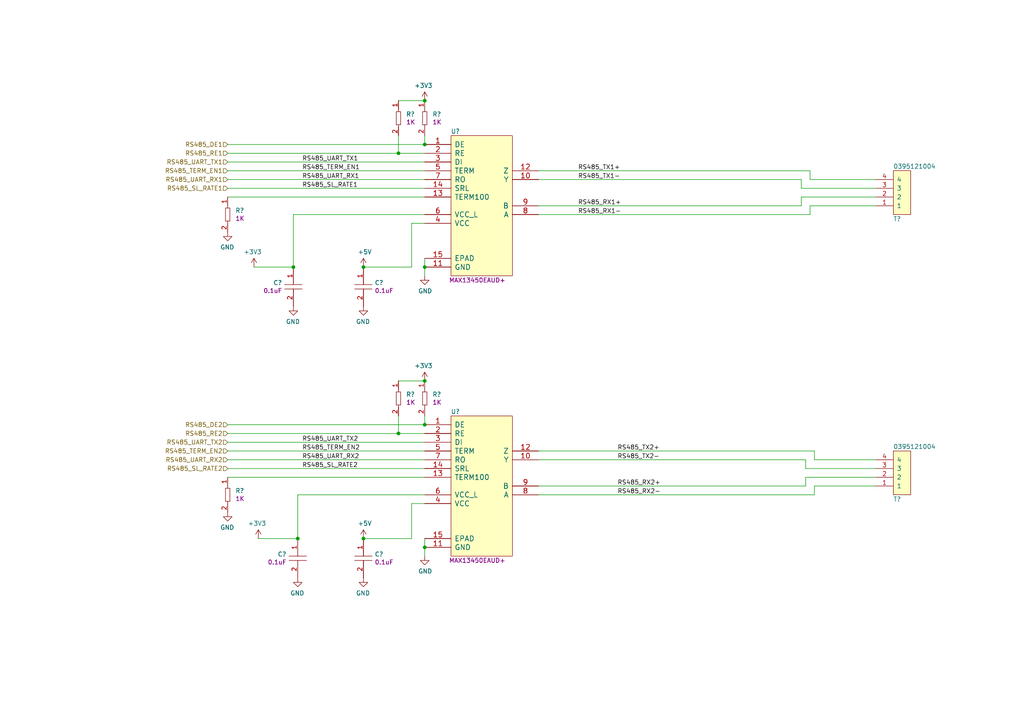
<source format=kicad_sch>
(kicad_sch (version 20231120) (generator "eeschema") (generator_version "8.0")
  (paper "A4")
  (lib_symbols
    (symbol "AVR-KiCAD-Lib-Capacitors:C0402C104K9PACTU" (pin_names (offset 1.016))
      (property "Reference" "C" (at -2.54 2.54 0))
      (property "_Value_" "0.1uF" (at 58.42 63.5 0))
      (symbol "C0402C104K9PACTU_1_1"
        (polyline (pts (xy 0 2.54) (xy 0 -2.54)))
        (polyline (pts (xy 1.27 2.54) (xy 1.27 -2.54)))
        (pin input line (at -5.08 0 0) (length 5.08) (name "~") (number "1"))
        (pin input line (at 6.35 0 180) (length 5.08) (name "~") (number "2"))
      )
    )
    (symbol "AVR-KiCAD-Lib-Capacitors:CGA3E2X7R1H104K080AA" (pin_names (offset 1.016))
      (property "Reference" "C" (at -2.54 2.54 0))
      (property "_Value_" "0.1uF" (at 58.42 63.5 0))
      (symbol "CGA3E2X7R1H104K080AA_1_1"
        (polyline (pts (xy 0 2.54) (xy 0 -2.54)))
        (polyline (pts (xy 1.27 2.54) (xy 1.27 -2.54)))
        (pin input line (at -5.08 0 0) (length 5.08) (name "~") (number "1"))
        (pin input line (at 6.35 0 180) (length 5.08) (name "~") (number "2"))
      )
    )
    (symbol "AVR-KiCAD-Lib-Connectors:0395121004" (pin_names (offset 1.016))
      (property "Reference" "J" (at -2.54 2.54 0))
      (property "Value" "0395121004" (at 1.27 5.08 0))
      (symbol "0395121004_0_1"
        (rectangle (start 0 2.54) (end 5.08 -10.16) (fill (type background)))
      )
      (symbol "0395121004_1_1"
        (pin passive line (at -5.08 0 0) (length 5.08) (name "1") (number "1"))
        (pin passive line (at -5.08 -2.54 0) (length 5.08) (name "2") (number "2"))
        (pin passive line (at -5.08 -5.08 0) (length 5.08) (name "3") (number "3"))
        (pin passive line (at -5.08 -7.62 0) (length 5.08) (name "4") (number "4"))
      )
    )
    (symbol "AVR-KiCAD-Lib-ICs:MAX13450EAUD+" (pin_names (offset 1.016))
      (property "Reference" "U" (at 0 1.27 0))
      (property "_Value_" "MAX13450EAUD+" (at 7.62 -41.91 0))
      (symbol "MAX13450EAUD+_0_1"
        (rectangle (start 0 0) (end 17.78 -40.64) (fill (type background)))
      )
      (symbol "MAX13450EAUD+_1_1"
        (pin input line (at -7.62 -2.54 0) (length 7.62) (name "DE") (number "1"))
        (pin output line (at 25.4 -12.7 180) (length 7.62) (name "Y") (number "10"))
        (pin passive line (at -7.62 -38.1 0) (length 7.62) (name "GND") (number "11"))
        (pin output line (at 25.4 -10.16 180) (length 7.62) (name "Z") (number "12"))
        (pin input line (at -7.62 -17.78 0) (length 7.62) (name "TERM100") (number "13"))
        (pin input line (at -7.62 -15.24 0) (length 7.62) (name "SRL") (number "14"))
        (pin passive line (at -7.62 -35.56 0) (length 7.62) (name "EPAD") (number "15"))
        (pin input line (at -7.62 -5.08 0) (length 7.62) (name "RE") (number "2"))
        (pin input line (at -7.62 -7.62 0) (length 7.62) (name "DI") (number "3"))
        (pin power_in line (at -7.62 -25.4 0) (length 7.62) (name "VCC") (number "4"))
        (pin input line (at -7.62 -10.16 0) (length 7.62) (name "TERM") (number "5"))
        (pin power_in line (at -7.62 -22.86 0) (length 7.62) (name "VCC_L") (number "6"))
        (pin output line (at -7.62 -12.7 0) (length 7.62) (name "RO") (number "7"))
        (pin input line (at 25.4 -22.86 180) (length 7.62) (name "A") (number "8"))
        (pin input line (at 25.4 -20.32 180) (length 7.62) (name "B") (number "9"))
      )
    )
    (symbol "AVR-KiCAD-Lib-Resistors:RC0402FR-071KL" (pin_names (offset 1.016))
      (property "Reference" "R" (at -2.54 2.54 0))
      (property "Value" "RC0402FR-071KL" (at 1.27 5.08 0))
      (property "_Value_" "1K" (at 58.42 63.5 0))
      (symbol "RC0402FR-071KL_0_1"
        (rectangle (start -1.905 0.635) (end 1.905 -0.635))
        (polyline (pts (xy -2.54 0) (xy -1.905 0)))
        (polyline (pts (xy -1.905 0) (xy -1.905 0)))
        (polyline (pts (xy 1.905 0) (xy 1.905 0)))
        (polyline (pts (xy 2.54 0) (xy 1.905 0)))
      )
      (symbol "RC0402FR-071KL_1_1"
        (pin passive line (at -5.08 0 0) (length 2.5146) (name "~") (number "1"))
        (pin passive line (at 5.08 0 180) (length 2.5146) (name "~") (number "2"))
      )
    )
    (symbol "agricoltura-madre-cape-B-rescue:+3V3-power" (power) (pin_names (offset 0))
      (property "Value" "power_+3V3" (at 0 3.556 0))
      (symbol "+3V3-power_0_1"
        (polyline (pts (xy -0.762 1.27) (xy 0 2.54)))
        (polyline (pts (xy 0 0) (xy 0 2.54)))
        (polyline (pts (xy 0 2.54) (xy 0.762 1.27)))
      )
      (symbol "+3V3-power_1_1"
        (pin power_in line (at 0 0 90) (length 0) hide (name "+3V3") (number "1"))
      )
    )
    (symbol "agricoltura-madre-cape-B-rescue:+5V-power" (power) (pin_names (offset 0))
      (property "Value" "power_+5V" (at 0 3.556 0))
      (symbol "+5V-power_0_1"
        (polyline (pts (xy -0.762 1.27) (xy 0 2.54)))
        (polyline (pts (xy 0 0) (xy 0 2.54)))
        (polyline (pts (xy 0 2.54) (xy 0.762 1.27)))
      )
      (symbol "+5V-power_1_1"
        (pin power_in line (at 0 0 90) (length 0) hide (name "+5V") (number "1"))
      )
    )
    (symbol "agricoltura-madre-cape-B-rescue:GND-power" (power) (pin_names (offset 0))
      (property "Value" "power_GND" (at 0 -3.81 0))
      (symbol "GND-power_0_1"
        (polyline (pts (xy 0 0) (xy 0 -1.27) (xy 1.27 -1.27) (xy 0 -2.54) (xy -1.27 -1.27) (xy 0 -1.27)))
      )
      (symbol "GND-power_1_1"
        (pin power_in line (at 0 0 270) (length 0) hide (name "GND") (number "1"))
      )
    )
  )
  (junction (at 86.36 156.21))
  (junction (at 123.19 110.49))
  (junction (at 105.41 77.47))
  (junction (at 115.57 125.73))
  (junction (at 115.57 44.45))
  (junction (at 85.09 77.47))
  (junction (at 123.19 158.75))
  (junction (at 123.19 29.21))
  (junction (at 105.41 156.21))
  (junction (at 123.19 77.47))
  (junction (at 123.19 41.91))
  (junction (at 123.19 123.19))
  (wire (pts (xy 74.93 156.21) (xy 86.36 156.21)))
  (wire (pts (xy 236.22 140.97) (xy 236.22 143.51)))
  (wire (pts (xy 123.19 146.05) (xy 119.38 146.05)))
  (wire (pts (xy 115.57 120.65) (xy 115.57 125.73)))
  (wire (pts (xy 119.38 64.77) (xy 119.38 77.47)))
  (wire (pts (xy 232.41 59.69) (xy 156.21 59.69)))
  (wire (pts (xy 123.19 49.53) (xy 66.04 49.53)))
  (wire (pts (xy 115.57 110.49) (xy 123.19 110.49)))
  (wire (pts (xy 115.57 44.45) (xy 66.04 44.45)))
  (wire (pts (xy 123.19 44.45) (xy 115.57 44.45)))
  (wire (pts (xy 123.19 123.19) (xy 66.04 123.19)))
  (wire (pts (xy 123.19 156.21) (xy 123.19 158.75)))
  (wire (pts (xy 156.21 133.35) (xy 233.68 133.35)))
  (wire (pts (xy 156.21 143.51) (xy 236.22 143.51)))
  (wire (pts (xy 123.19 41.91) (xy 66.04 41.91)))
  (wire (pts (xy 236.22 133.35) (xy 254 133.35)))
  (wire (pts (xy 234.95 52.07) (xy 254 52.07)))
  (wire (pts (xy 156.21 49.53) (xy 234.95 49.53)))
  (wire (pts (xy 123.19 143.51) (xy 86.36 143.51)))
  (wire (pts (xy 123.19 64.77) (xy 119.38 64.77)))
  (wire (pts (xy 232.41 59.69) (xy 232.41 57.15)))
  (wire (pts (xy 123.19 54.61) (xy 66.04 54.61)))
  (wire (pts (xy 119.38 156.21) (xy 105.41 156.21)))
  (wire (pts (xy 123.19 138.43) (xy 66.04 138.43)))
  (wire (pts (xy 123.19 125.73) (xy 115.57 125.73)))
  (wire (pts (xy 119.38 77.47) (xy 105.41 77.47)))
  (wire (pts (xy 232.41 57.15) (xy 254 57.15)))
  (wire (pts (xy 233.68 140.97) (xy 233.68 138.43)))
  (wire (pts (xy 66.04 133.35) (xy 123.19 133.35)))
  (wire (pts (xy 123.19 158.75) (xy 123.19 161.29)))
  (wire (pts (xy 85.09 77.47) (xy 73.66 77.47)))
  (wire (pts (xy 123.19 123.19) (xy 123.19 120.65)))
  (wire (pts (xy 123.19 57.15) (xy 66.04 57.15)))
  (wire (pts (xy 123.19 77.47) (xy 123.19 80.01)))
  (wire (pts (xy 232.41 52.07) (xy 156.21 52.07)))
  (wire (pts (xy 66.04 128.27) (xy 123.19 128.27)))
  (wire (pts (xy 85.09 62.23) (xy 123.19 62.23)))
  (wire (pts (xy 233.68 133.35) (xy 233.68 135.89)))
  (wire (pts (xy 156.21 130.81) (xy 236.22 130.81)))
  (wire (pts (xy 254 140.97) (xy 236.22 140.97)))
  (wire (pts (xy 115.57 29.21) (xy 123.19 29.21)))
  (wire (pts (xy 86.36 143.51) (xy 86.36 156.21)))
  (wire (pts (xy 85.09 62.23) (xy 85.09 77.47)))
  (wire (pts (xy 123.19 52.07) (xy 66.04 52.07)))
  (wire (pts (xy 234.95 49.53) (xy 234.95 52.07)))
  (wire (pts (xy 156.21 140.97) (xy 233.68 140.97)))
  (wire (pts (xy 236.22 130.81) (xy 236.22 133.35)))
  (wire (pts (xy 156.21 62.23) (xy 234.95 62.23)))
  (wire (pts (xy 123.19 46.99) (xy 66.04 46.99)))
  (wire (pts (xy 234.95 59.69) (xy 234.95 62.23)))
  (wire (pts (xy 233.68 135.89) (xy 254 135.89)))
  (wire (pts (xy 233.68 138.43) (xy 254 138.43)))
  (wire (pts (xy 115.57 125.73) (xy 66.04 125.73)))
  (wire (pts (xy 115.57 39.37) (xy 115.57 44.45)))
  (wire (pts (xy 119.38 146.05) (xy 119.38 156.21)))
  (wire (pts (xy 232.41 54.61) (xy 232.41 52.07)))
  (wire (pts (xy 123.19 74.93) (xy 123.19 77.47)))
  (wire (pts (xy 254 59.69) (xy 234.95 59.69)))
  (wire (pts (xy 123.19 130.81) (xy 66.04 130.81)))
  (wire (pts (xy 123.19 135.89) (xy 66.04 135.89)))
  (wire (pts (xy 123.19 41.91) (xy 123.19 39.37)))
  (wire (pts (xy 254 54.61) (xy 232.41 54.61)))
  (label "RS485_TERM_EN2" (at 87.63 130.81 0))
  (label "RS485_UART_RX2" (at 87.63 133.35 0))
  (label "RS485_SL_RATE1" (at 87.63 54.61 0))
  (label "RS485_UART_RX1" (at 87.63 52.07 0))
  (label "RS485_UART_TX1" (at 87.63 46.99 0))
  (label "RS485_RX2+" (at 179.07 140.97 0))
  (label "RS485_SL_RATE2" (at 87.63 135.89 0))
  (label "RS485_RX2-" (at 179.07 143.51 0))
  (label "RS485_TX1-" (at 167.64 52.07 0))
  (label "RS485_UART_TX2" (at 87.63 128.27 0))
  (label "RS485_TERM_EN1" (at 87.63 49.53 0))
  (label "RS485_RX1-" (at 167.64 62.23 0))
  (label "RS485_TX2-" (at 179.07 133.35 0))
  (label "RS485_TX2+" (at 179.07 130.81 0))
  (label "RS485_RX1+" (at 167.64 59.69 0))
  (label "RS485_TX1+" (at 167.64 49.53 0))
  (hierarchical_label "RS485_DE2" (shape input) (at 66.04 123.19 180))
  (hierarchical_label "RS485_SL_RATE2" (shape input) (at 66.04 135.89 180))
  (hierarchical_label "RS485_TERM_EN1" (shape input) (at 66.04 49.53 180))
  (hierarchical_label "RS485_DE1" (shape input) (at 66.04 41.91 180))
  (hierarchical_label "RS485_RE2" (shape input) (at 66.04 125.73 180))
  (hierarchical_label "RS485_UART_RX1" (shape input) (at 66.04 52.07 180))
  (hierarchical_label "RS485_UART_RX2" (shape input) (at 66.04 133.35 180))
  (hierarchical_label "RS485_TERM_EN2" (shape input) (at 66.04 130.81 180))
  (hierarchical_label "RS485_UART_TX1" (shape input) (at 66.04 46.99 180))
  (hierarchical_label "RS485_RE1" (shape input) (at 66.04 44.45 180))
  (hierarchical_label "RS485_SL_RATE1" (shape input) (at 66.04 54.61 180))
  (hierarchical_label "RS485_UART_TX2" (shape input) (at 66.04 128.27 180))
  (symbol (lib_id "AVR-KiCAD-Lib-ICs:MAX13450EAUD+") (at 130.81 39.37 0) (unit 1)
    (property "Reference" "U?" (at 132.08 38.1 0))
    (property "Value" "MAX13450EAUD+" (effects (hide yes)))
    (property "Footprint" "AVR-KiCAD-Lib-ICs:MAX13450EAUD&plus_" (effects (hide yes)))
    (property "Datasheet" "https://datasheets.maximintegrated.com/en/ds/MAX13450E-MAX13451E.pdf" (effects (hide yes)))
    (property "Cost QTY: 1" "3.39000" (effects (hide yes)))
    (property "Cost QTY: 1000" "*" (effects (hide yes)))
    (property "Cost QTY: 2500" "2.57839" (effects (hide yes)))
    (property "Cost QTY: 5000" "*" (effects (hide yes)))
    (property "Cost QTY: 10000" "*" (effects (hide yes)))
    (property "MFR" "Maxim Integrated" (effects (hide yes)))
    (property "MFR#" "MAX13450EAUD+" (effects (hide yes)))
    (property "Vendor" "Digikey" (effects (hide yes)))
    (property "Vendor #" "MAX13450EAUD+-ND" (effects (hide yes)))
    (property "Designer" "AVR" (effects (hide yes)))
    (property "Height" "1.2mm" (effects (hide yes)))
    (property "Date Created" "6/21/2020" (effects (hide yes)))
    (property "Date Modified" "6/21/2020" (effects (hide yes)))
    (property "Lead-Free ?" "Yes" (effects (hide yes)))
    (property "RoHS Levels" "1" (effects (hide yes)))
    (property "Mounting" "SMT" (effects (hide yes)))
    (property "Pin Count #" "14" (effects (hide yes)))
    (property "Status" "Active" (effects (hide yes)))
    (property "Tolerance" "*" (effects (hide yes)))
    (property "Type" "IC" (effects (hide yes)))
    (property "Voltage" "4.75V ~ 5.25V" (effects (hide yes)))
    (property "Package" "14-TSSOP-EP" (effects (hide yes)))
    (property "Description" "1/1 Transceiver Full RS422, RS485 14-TSSOP-EP" (effects (hide yes)))
    (property "_Value_" "MAX13450EAUD+" (at 138.43 81.28 0))
    (property "Management_ID" "*" (effects (hide yes)))
  )
  (symbol (lib_id "AVR-KiCAD-Lib-ICs:MAX13450EAUD+") (at 130.81 120.65 0) (unit 1)
    (property "Reference" "U?" (at 132.08 119.38 0))
    (property "Value" "MAX13450EAUD+" (effects (hide yes)))
    (property "Footprint" "AVR-KiCAD-Lib-ICs:MAX13450EAUD&plus_" (effects (hide yes)))
    (property "Datasheet" "https://datasheets.maximintegrated.com/en/ds/MAX13450E-MAX13451E.pdf" (effects (hide yes)))
    (property "Cost QTY: 1" "3.39000" (effects (hide yes)))
    (property "Cost QTY: 1000" "*" (effects (hide yes)))
    (property "Cost QTY: 2500" "2.57839" (effects (hide yes)))
    (property "Cost QTY: 5000" "*" (effects (hide yes)))
    (property "Cost QTY: 10000" "*" (effects (hide yes)))
    (property "MFR" "Maxim Integrated" (effects (hide yes)))
    (property "MFR#" "MAX13450EAUD+" (effects (hide yes)))
    (property "Vendor" "Digikey" (effects (hide yes)))
    (property "Vendor #" "MAX13450EAUD+-ND" (effects (hide yes)))
    (property "Designer" "AVR" (effects (hide yes)))
    (property "Height" "1.2mm" (effects (hide yes)))
    (property "Date Created" "6/21/2020" (effects (hide yes)))
    (property "Date Modified" "6/21/2020" (effects (hide yes)))
    (property "Lead-Free ?" "Yes" (effects (hide yes)))
    (property "RoHS Levels" "1" (effects (hide yes)))
    (property "Mounting" "SMT" (effects (hide yes)))
    (property "Pin Count #" "14" (effects (hide yes)))
    (property "Status" "Active" (effects (hide yes)))
    (property "Tolerance" "*" (effects (hide yes)))
    (property "Type" "IC" (effects (hide yes)))
    (property "Voltage" "4.75V ~ 5.25V" (effects (hide yes)))
    (property "Package" "14-TSSOP-EP" (effects (hide yes)))
    (property "Description" "1/1 Transceiver Full RS422, RS485 14-TSSOP-EP" (effects (hide yes)))
    (property "_Value_" "MAX13450EAUD+" (at 138.43 162.56 0))
    (property "Management_ID" "*" (effects (hide yes)))
  )
  (symbol (lib_id "agricoltura-madre-cape-B-rescue:GND-power") (at 123.19 80.01 0) (unit 1)
    (property "Reference" "#PWR?" (effects (hide yes)))
    (property "Value" "GND" (at 123.317 84.4042 0))
  )
  (symbol (lib_id "agricoltura-madre-cape-B-rescue:+5V-power") (at 105.41 156.21 0) (unit 1)
    (property "Reference" "#PWR?" (effects (hide yes)))
    (property "Value" "+5V" (at 105.791 151.8158 0))
  )
  (symbol (lib_id "AVR-KiCAD-Lib-Capacitors:CGA3E2X7R1H104K080AA") (at 105.41 161.29 270) (unit 1)
    (property "Reference" "C?" (at 108.6612 160.7566 90) (effects (justify left)))
    (property "Value" "CGA3E2X7R1H104K080AA" (effects (hide yes)))
    (property "Footprint" "AVR-KiCAD-Lib-Capacitors:C0603" (effects (hide yes)))
    (property "Datasheet" "https://product.tdk.com/info/en/catalog/datasheets/mlcc_automotive_general_en.pdf" (effects (hide yes)))
    (property "Cost QTY: 1" "0.11000" (effects (hide yes)))
    (property "Cost QTY: 1000" "0.01972" (effects (hide yes)))
    (property "Cost QTY: 2500" "*" (effects (hide yes)))
    (property "Cost QTY: 5000" "*" (effects (hide yes)))
    (property "Cost QTY: 10000" "*" (effects (hide yes)))
    (property "MFR" "TDK Corporation" (effects (hide yes)))
    (property "MFR#" "CGA3E2X7R1H104K080AA" (effects (hide yes)))
    (property "Vendor" "Digikey" (effects (hide yes)))
    (property "Vendor #" "445-5666-1-ND" (effects (hide yes)))
    (property "Designer" "AVR" (effects (hide yes)))
    (property "Height" "0.9mm" (effects (hide yes)))
    (property "Date Created" "6/17/2020" (effects (hide yes)))
    (property "Date Modified" "6/17/2020" (effects (hide yes)))
    (property "Lead-Free ?" "Yes" (effects (hide yes)))
    (property "RoHS Levels" "1" (effects (hide yes)))
    (property "Mounting" "SMT" (effects (hide yes)))
    (property "Pin Count #" "2" (effects (hide yes)))
    (property "Status" "Active" (effects (hide yes)))
    (property "Tolerance" "10%" (effects (hide yes)))
    (property "Type" "Capacitor" (effects (hide yes)))
    (property "Voltage" "50V" (effects (hide yes)))
    (property "Package" "0603" (effects (hide yes)))
    (property "Description" "0.1µF ±10% 50V Ceramic Capacitor X7R 0603 (1608 Metric)" (effects (hide yes)))
    (property "_Value_" "0.1uF" (at 108.6612 163.068 90) (effects (justify left)))
    (property "Management_ID" "*" (effects (hide yes)))
  )
  (symbol (lib_id "agricoltura-madre-cape-B-rescue:GND-power") (at 105.41 167.64 0) (mirror y) (unit 1)
    (property "Reference" "#PWR?" (effects (hide yes)))
    (property "Value" "GND" (at 105.283 172.0342 0))
  )
  (symbol (lib_id "agricoltura-madre-cape-B-rescue:+5V-power") (at 105.41 77.47 0) (unit 1)
    (property "Reference" "#PWR?" (effects (hide yes)))
    (property "Value" "+5V" (at 105.791 73.0758 0))
  )
  (symbol (lib_id "AVR-KiCAD-Lib-Capacitors:CGA3E2X7R1H104K080AA") (at 105.41 82.55 270) (unit 1)
    (property "Reference" "C?" (at 108.6612 82.0166 90) (effects (justify left)))
    (property "Value" "CGA3E2X7R1H104K080AA" (effects (hide yes)))
    (property "Footprint" "AVR-KiCAD-Lib-Capacitors:C0603" (effects (hide yes)))
    (property "Datasheet" "https://product.tdk.com/info/en/catalog/datasheets/mlcc_automotive_general_en.pdf" (effects (hide yes)))
    (property "Cost QTY: 1" "0.11000" (effects (hide yes)))
    (property "Cost QTY: 1000" "0.01972" (effects (hide yes)))
    (property "Cost QTY: 2500" "*" (effects (hide yes)))
    (property "Cost QTY: 5000" "*" (effects (hide yes)))
    (property "Cost QTY: 10000" "*" (effects (hide yes)))
    (property "MFR" "TDK Corporation" (effects (hide yes)))
    (property "MFR#" "CGA3E2X7R1H104K080AA" (effects (hide yes)))
    (property "Vendor" "Digikey" (effects (hide yes)))
    (property "Vendor #" "445-5666-1-ND" (effects (hide yes)))
    (property "Designer" "AVR" (effects (hide yes)))
    (property "Height" "0.9mm" (effects (hide yes)))
    (property "Date Created" "6/17/2020" (effects (hide yes)))
    (property "Date Modified" "6/17/2020" (effects (hide yes)))
    (property "Lead-Free ?" "Yes" (effects (hide yes)))
    (property "RoHS Levels" "1" (effects (hide yes)))
    (property "Mounting" "SMT" (effects (hide yes)))
    (property "Pin Count #" "2" (effects (hide yes)))
    (property "Status" "Active" (effects (hide yes)))
    (property "Tolerance" "10%" (effects (hide yes)))
    (property "Type" "Capacitor" (effects (hide yes)))
    (property "Voltage" "50V" (effects (hide yes)))
    (property "Package" "0603" (effects (hide yes)))
    (property "Description" "0.1µF ±10% 50V Ceramic Capacitor X7R 0603 (1608 Metric)" (effects (hide yes)))
    (property "_Value_" "0.1uF" (at 108.6612 84.328 90) (effects (justify left)))
    (property "Management_ID" "*" (effects (hide yes)))
  )
  (symbol (lib_id "agricoltura-madre-cape-B-rescue:GND-power") (at 105.41 88.9 0) (mirror y) (unit 1)
    (property "Reference" "#PWR?" (effects (hide yes)))
    (property "Value" "GND" (at 105.283 93.2942 0))
  )
  (symbol (lib_id "AVR-KiCAD-Lib-Resistors:RC0402FR-071KL") (at 123.19 115.57 270) (unit 1)
    (property "Reference" "R?" (at 125.3998 114.4016 90) (effects (justify left)))
    (property "Value" "RC0402FR-071KL" (effects (hide yes)))
    (property "Footprint" "AVR-KiCAD-Lib-Resistors:R0402" (effects (hide yes)))
    (property "Datasheet" "https://www.yageo.com/upload/media/product/productsearch/datasheet/rchip/PYu-RC_Group_51_RoHS_L_10.pdf" (effects (hide yes)))
    (property "Cost QTY: 1" "0.10000" (effects (hide yes)))
    (property "Cost QTY: 1000" "0.00289" (effects (hide yes)))
    (property "Cost QTY: 2500" "0.00251" (effects (hide yes)))
    (property "Cost QTY: 5000" "0.00207" (effects (hide yes)))
    (property "Cost QTY: 10000" "0.00163" (effects (hide yes)))
    (property "MFR" "Yageo" (effects (hide yes)))
    (property "MFR#" "RC0402FR-071KL" (effects (hide yes)))
    (property "Vendor" "Digikey" (effects (hide yes)))
    (property "Vendor #" "311-1.00KLRTR-ND" (effects (hide yes)))
    (property "Designer" "AVR" (effects (hide yes)))
    (property "Height" "0.4mm" (effects (hide yes)))
    (property "Date Created" "12/11/2019" (effects (hide yes)))
    (property "Date Modified" "12/11/2019" (effects (hide yes)))
    (property "Lead-Free ?" "Yes" (effects (hide yes)))
    (property "RoHS Levels" "1" (effects (hide yes)))
    (property "Mounting" "SMT" (effects (hide yes)))
    (property "Pin Count #" "2" (effects (hide yes)))
    (property "Status" "Active" (effects (hide yes)))
    (property "Tolerance" "1%" (effects (hide yes)))
    (property "Type" "Thick Film Resistor" (effects (hide yes)))
    (property "Voltage" "*" (effects (hide yes)))
    (property "Package" "0402" (effects (hide yes)))
    (property "_Value_" "1K" (at 125.3998 116.713 90) (effects (justify left)))
    (property "Management_ID" "*" (effects (hide yes)))
    (property "Description" " kOhms ±1% 0.063W, 1/16W Chip Resistor 0402 (1005 Metric) Moisture Resistant Thick Film" (effects (hide yes)))
  )
  (symbol (lib_id "AVR-KiCAD-Lib-Resistors:RC0402FR-071KL") (at 123.19 34.29 270) (unit 1)
    (property "Reference" "R?" (at 125.3998 33.1216 90) (effects (justify left)))
    (property "Value" "RC0402FR-071KL" (effects (hide yes)))
    (property "Footprint" "AVR-KiCAD-Lib-Resistors:R0402" (effects (hide yes)))
    (property "Datasheet" "https://www.yageo.com/upload/media/product/productsearch/datasheet/rchip/PYu-RC_Group_51_RoHS_L_10.pdf" (effects (hide yes)))
    (property "Cost QTY: 1" "0.10000" (effects (hide yes)))
    (property "Cost QTY: 1000" "0.00289" (effects (hide yes)))
    (property "Cost QTY: 2500" "0.00251" (effects (hide yes)))
    (property "Cost QTY: 5000" "0.00207" (effects (hide yes)))
    (property "Cost QTY: 10000" "0.00163" (effects (hide yes)))
    (property "MFR" "Yageo" (effects (hide yes)))
    (property "MFR#" "RC0402FR-071KL" (effects (hide yes)))
    (property "Vendor" "Digikey" (effects (hide yes)))
    (property "Vendor #" "311-1.00KLRTR-ND" (effects (hide yes)))
    (property "Designer" "AVR" (effects (hide yes)))
    (property "Height" "0.4mm" (effects (hide yes)))
    (property "Date Created" "12/11/2019" (effects (hide yes)))
    (property "Date Modified" "12/11/2019" (effects (hide yes)))
    (property "Lead-Free ?" "Yes" (effects (hide yes)))
    (property "RoHS Levels" "1" (effects (hide yes)))
    (property "Mounting" "SMT" (effects (hide yes)))
    (property "Pin Count #" "2" (effects (hide yes)))
    (property "Status" "Active" (effects (hide yes)))
    (property "Tolerance" "1%" (effects (hide yes)))
    (property "Type" "Thick Film Resistor" (effects (hide yes)))
    (property "Voltage" "*" (effects (hide yes)))
    (property "Package" "0402" (effects (hide yes)))
    (property "_Value_" "1K" (at 125.3998 35.433 90) (effects (justify left)))
    (property "Management_ID" "*" (effects (hide yes)))
    (property "Description" " kOhms ±1% 0.063W, 1/16W Chip Resistor 0402 (1005 Metric) Moisture Resistant Thick Film" (effects (hide yes)))
  )
  (symbol (lib_id "agricoltura-madre-cape-B-rescue:+3V3-power") (at 123.19 29.21 0) (mirror y) (unit 1)
    (property "Reference" "#PWR?" (effects (hide yes)))
    (property "Value" "+3V3" (at 122.809 24.8158 0))
  )
  (symbol (lib_id "agricoltura-madre-cape-B-rescue:+3V3-power") (at 123.19 110.49 0) (mirror y) (unit 1)
    (property "Reference" "#PWR?" (effects (hide yes)))
    (property "Value" "+3V3" (at 122.809 106.0958 0))
  )
  (symbol (lib_id "AVR-KiCAD-Lib-Resistors:RC0402FR-071KL") (at 115.57 115.57 270) (unit 1)
    (property "Reference" "R?" (at 117.7798 114.4016 90) (effects (justify left)))
    (property "Value" "RC0402FR-071KL" (effects (hide yes)))
    (property "Footprint" "AVR-KiCAD-Lib-Resistors:R0402" (effects (hide yes)))
    (property "Datasheet" "https://www.yageo.com/upload/media/product/productsearch/datasheet/rchip/PYu-RC_Group_51_RoHS_L_10.pdf" (effects (hide yes)))
    (property "Cost QTY: 1" "0.10000" (effects (hide yes)))
    (property "Cost QTY: 1000" "0.00289" (effects (hide yes)))
    (property "Cost QTY: 2500" "0.00251" (effects (hide yes)))
    (property "Cost QTY: 5000" "0.00207" (effects (hide yes)))
    (property "Cost QTY: 10000" "0.00163" (effects (hide yes)))
    (property "MFR" "Yageo" (effects (hide yes)))
    (property "MFR#" "RC0402FR-071KL" (effects (hide yes)))
    (property "Vendor" "Digikey" (effects (hide yes)))
    (property "Vendor #" "311-1.00KLRTR-ND" (effects (hide yes)))
    (property "Designer" "AVR" (effects (hide yes)))
    (property "Height" "0.4mm" (effects (hide yes)))
    (property "Date Created" "12/11/2019" (effects (hide yes)))
    (property "Date Modified" "12/11/2019" (effects (hide yes)))
    (property "Lead-Free ?" "Yes" (effects (hide yes)))
    (property "RoHS Levels" "1" (effects (hide yes)))
    (property "Mounting" "SMT" (effects (hide yes)))
    (property "Pin Count #" "2" (effects (hide yes)))
    (property "Status" "Active" (effects (hide yes)))
    (property "Tolerance" "1%" (effects (hide yes)))
    (property "Type" "Thick Film Resistor" (effects (hide yes)))
    (property "Voltage" "*" (effects (hide yes)))
    (property "Package" "0402" (effects (hide yes)))
    (property "_Value_" "1K" (at 117.7798 116.713 90) (effects (justify left)))
    (property "Management_ID" "*" (effects (hide yes)))
    (property "Description" " kOhms ±1% 0.063W, 1/16W Chip Resistor 0402 (1005 Metric) Moisture Resistant Thick Film" (effects (hide yes)))
  )
  (symbol (lib_id "AVR-KiCAD-Lib-Capacitors:C0402C104K9PACTU") (at 85.09 82.55 90) (mirror x) (unit 1)
    (property "Reference" "C?" (at 81.8388 82.0166 90) (effects (justify left)))
    (property "Value" "C0402C104K9PACTU" (effects (hide yes)))
    (property "Footprint" "AVR-KiCAD-Lib-Resistors:R0402" (effects (hide yes)))
    (property "Datasheet" "https://content.kemet.com/datasheets/KEM_C1006_X5R_SMD.pdf" (effects (hide yes)))
    (property "Cost QTY: 1" "0.10000" (effects (hide yes)))
    (property "Cost QTY: 1000" "0.01139" (effects (hide yes)))
    (property "Cost QTY: 2500" "0.01035" (effects (hide yes)))
    (property "Cost QTY: 5000" "0.00952" (effects (hide yes)))
    (property "Cost QTY: 10000" "0.00756" (effects (hide yes)))
    (property "MFR" "KEMET" (effects (hide yes)))
    (property "MFR#" "C0402C104K9PACTU" (effects (hide yes)))
    (property "Vendor" "Digikey" (effects (hide yes)))
    (property "Vendor #" "399-3026-6-ND" (effects (hide yes)))
    (property "Designer" "AVR" (effects (hide yes)))
    (property "Height" "0.55mm" (effects (hide yes)))
    (property "Date Created" "12/7/2019" (effects (hide yes)))
    (property "Date Modified" "12/7/2019" (effects (hide yes)))
    (property "Lead-Free ?" "Yes" (effects (hide yes)))
    (property "RoHS Levels" "1" (effects (hide yes)))
    (property "Mounting" "SMT" (effects (hide yes)))
    (property "Pin Count #" "2" (effects (hide yes)))
    (property "Status" "Active" (effects (hide yes)))
    (property "Tolerance" "10%" (effects (hide yes)))
    (property "Type" "Ceramic Cap" (effects (hide yes)))
    (property "Voltage" "6.3V" (effects (hide yes)))
    (property "Package" "0402" (effects (hide yes)))
    (property "Description" "0.1µF ±10% 6.3V Ceramic Capacitor X5R 0402 (1005 Metric)" (effects (hide yes)))
    (property "_Value_" "0.1uF" (at 81.8388 84.328 90) (effects (justify left)))
    (property "Management_ID" "*" (effects (hide yes)))
  )
  (symbol (lib_id "agricoltura-madre-cape-B-rescue:GND-power") (at 85.09 88.9 0) (mirror y) (unit 1)
    (property "Reference" "#PWR?" (effects (hide yes)))
    (property "Value" "GND" (at 84.963 93.2942 0))
  )
  (symbol (lib_id "agricoltura-madre-cape-B-rescue:+3V3-power") (at 73.66 77.47 0) (mirror y) (unit 1)
    (property "Reference" "#PWR?" (effects (hide yes)))
    (property "Value" "+3V3" (at 73.279 73.0758 0))
  )
  (symbol (lib_id "AVR-KiCAD-Lib-Resistors:RC0402FR-071KL") (at 66.04 143.51 270) (unit 1)
    (property "Reference" "R?" (at 68.2498 142.3416 90) (effects (justify left)))
    (property "Value" "RC0402FR-071KL" (effects (hide yes)))
    (property "Footprint" "AVR-KiCAD-Lib-Resistors:R0402" (effects (hide yes)))
    (property "Datasheet" "https://www.yageo.com/upload/media/product/productsearch/datasheet/rchip/PYu-RC_Group_51_RoHS_L_10.pdf" (effects (hide yes)))
    (property "Cost QTY: 1" "0.10000" (effects (hide yes)))
    (property "Cost QTY: 1000" "0.00289" (effects (hide yes)))
    (property "Cost QTY: 2500" "0.00251" (effects (hide yes)))
    (property "Cost QTY: 5000" "0.00207" (effects (hide yes)))
    (property "Cost QTY: 10000" "0.00163" (effects (hide yes)))
    (property "MFR" "Yageo" (effects (hide yes)))
    (property "MFR#" "RC0402FR-071KL" (effects (hide yes)))
    (property "Vendor" "Digikey" (effects (hide yes)))
    (property "Vendor #" "311-1.00KLRTR-ND" (effects (hide yes)))
    (property "Designer" "AVR" (effects (hide yes)))
    (property "Height" "0.4mm" (effects (hide yes)))
    (property "Date Created" "12/11/2019" (effects (hide yes)))
    (property "Date Modified" "12/11/2019" (effects (hide yes)))
    (property "Lead-Free ?" "Yes" (effects (hide yes)))
    (property "RoHS Levels" "1" (effects (hide yes)))
    (property "Mounting" "SMT" (effects (hide yes)))
    (property "Pin Count #" "2" (effects (hide yes)))
    (property "Status" "Active" (effects (hide yes)))
    (property "Tolerance" "1%" (effects (hide yes)))
    (property "Type" "Thick Film Resistor" (effects (hide yes)))
    (property "Voltage" "*" (effects (hide yes)))
    (property "Package" "0402" (effects (hide yes)))
    (property "_Value_" "1K" (at 68.2498 144.653 90) (effects (justify left)))
    (property "Management_ID" "*" (effects (hide yes)))
    (property "Description" " kOhms ±1% 0.063W, 1/16W Chip Resistor 0402 (1005 Metric) Moisture Resistant Thick Film" (effects (hide yes)))
  )
  (symbol (lib_id "agricoltura-madre-cape-B-rescue:GND-power") (at 66.04 148.59 0) (mirror y) (unit 1)
    (property "Reference" "#PWR?" (effects (hide yes)))
    (property "Value" "GND" (at 65.913 152.9842 0))
  )
  (symbol (lib_id "AVR-KiCAD-Lib-Resistors:RC0402FR-071KL") (at 66.04 62.23 270) (unit 1)
    (property "Reference" "R?" (at 68.2498 61.0616 90) (effects (justify left)))
    (property "Value" "RC0402FR-071KL" (effects (hide yes)))
    (property "Footprint" "AVR-KiCAD-Lib-Resistors:R0402" (effects (hide yes)))
    (property "Datasheet" "https://www.yageo.com/upload/media/product/productsearch/datasheet/rchip/PYu-RC_Group_51_RoHS_L_10.pdf" (effects (hide yes)))
    (property "Cost QTY: 1" "0.10000" (effects (hide yes)))
    (property "Cost QTY: 1000" "0.00289" (effects (hide yes)))
    (property "Cost QTY: 2500" "0.00251" (effects (hide yes)))
    (property "Cost QTY: 5000" "0.00207" (effects (hide yes)))
    (property "Cost QTY: 10000" "0.00163" (effects (hide yes)))
    (property "MFR" "Yageo" (effects (hide yes)))
    (property "MFR#" "RC0402FR-071KL" (effects (hide yes)))
    (property "Vendor" "Digikey" (effects (hide yes)))
    (property "Vendor #" "311-1.00KLRTR-ND" (effects (hide yes)))
    (property "Designer" "AVR" (effects (hide yes)))
    (property "Height" "0.4mm" (effects (hide yes)))
    (property "Date Created" "12/11/2019" (effects (hide yes)))
    (property "Date Modified" "12/11/2019" (effects (hide yes)))
    (property "Lead-Free ?" "Yes" (effects (hide yes)))
    (property "RoHS Levels" "1" (effects (hide yes)))
    (property "Mounting" "SMT" (effects (hide yes)))
    (property "Pin Count #" "2" (effects (hide yes)))
    (property "Status" "Active" (effects (hide yes)))
    (property "Tolerance" "1%" (effects (hide yes)))
    (property "Type" "Thick Film Resistor" (effects (hide yes)))
    (property "Voltage" "*" (effects (hide yes)))
    (property "Package" "0402" (effects (hide yes)))
    (property "_Value_" "1K" (at 68.2498 63.373 90) (effects (justify left)))
    (property "Management_ID" "*" (effects (hide yes)))
    (property "Description" " kOhms ±1% 0.063W, 1/16W Chip Resistor 0402 (1005 Metric) Moisture Resistant Thick Film" (effects (hide yes)))
  )
  (symbol (lib_id "agricoltura-madre-cape-B-rescue:GND-power") (at 66.04 67.31 0) (mirror y) (unit 1)
    (property "Reference" "#PWR?" (effects (hide yes)))
    (property "Value" "GND" (at 65.913 71.7042 0))
  )
  (symbol (lib_id "AVR-KiCAD-Lib-Capacitors:C0402C104K9PACTU") (at 86.36 161.29 90) (mirror x) (unit 1)
    (property "Reference" "C?" (at 83.1088 160.7566 90) (effects (justify left)))
    (property "Value" "C0402C104K9PACTU" (effects (hide yes)))
    (property "Footprint" "AVR-KiCAD-Lib-Resistors:R0402" (effects (hide yes)))
    (property "Datasheet" "https://content.kemet.com/datasheets/KEM_C1006_X5R_SMD.pdf" (effects (hide yes)))
    (property "Cost QTY: 1" "0.10000" (effects (hide yes)))
    (property "Cost QTY: 1000" "0.01139" (effects (hide yes)))
    (property "Cost QTY: 2500" "0.01035" (effects (hide yes)))
    (property "Cost QTY: 5000" "0.00952" (effects (hide yes)))
    (property "Cost QTY: 10000" "0.00756" (effects (hide yes)))
    (property "MFR" "KEMET" (effects (hide yes)))
    (property "MFR#" "C0402C104K9PACTU" (effects (hide yes)))
    (property "Vendor" "Digikey" (effects (hide yes)))
    (property "Vendor #" "399-3026-6-ND" (effects (hide yes)))
    (property "Designer" "AVR" (effects (hide yes)))
    (property "Height" "0.55mm" (effects (hide yes)))
    (property "Date Created" "12/7/2019" (effects (hide yes)))
    (property "Date Modified" "12/7/2019" (effects (hide yes)))
    (property "Lead-Free ?" "Yes" (effects (hide yes)))
    (property "RoHS Levels" "1" (effects (hide yes)))
    (property "Mounting" "SMT" (effects (hide yes)))
    (property "Pin Count #" "2" (effects (hide yes)))
    (property "Status" "Active" (effects (hide yes)))
    (property "Tolerance" "10%" (effects (hide yes)))
    (property "Type" "Ceramic Cap" (effects (hide yes)))
    (property "Voltage" "6.3V" (effects (hide yes)))
    (property "Package" "0402" (effects (hide yes)))
    (property "Description" "0.1µF ±10% 6.3V Ceramic Capacitor X5R 0402 (1005 Metric)" (effects (hide yes)))
    (property "_Value_" "0.1uF" (at 83.1088 163.068 90) (effects (justify left)))
    (property "Management_ID" "*" (effects (hide yes)))
  )
  (symbol (lib_id "agricoltura-madre-cape-B-rescue:GND-power") (at 86.36 167.64 0) (mirror y) (unit 1)
    (property "Reference" "#PWR?" (effects (hide yes)))
    (property "Value" "GND" (at 86.233 172.0342 0))
  )
  (symbol (lib_id "agricoltura-madre-cape-B-rescue:+3V3-power") (at 74.93 156.21 0) (mirror y) (unit 1)
    (property "Reference" "#PWR?" (effects (hide yes)))
    (property "Value" "+3V3" (at 74.549 151.8158 0))
  )
  (symbol (lib_id "agricoltura-madre-cape-B-rescue:GND-power") (at 123.19 161.29 0) (unit 1)
    (property "Reference" "#PWR?" (effects (hide yes)))
    (property "Value" "GND" (at 123.317 165.6842 0))
  )
  (symbol (lib_id "AVR-KiCAD-Lib-Resistors:RC0402FR-071KL") (at 115.57 34.29 270) (unit 1)
    (property "Reference" "R?" (at 117.7798 33.1216 90) (effects (justify left)))
    (property "Value" "RC0402FR-071KL" (effects (hide yes)))
    (property "Footprint" "AVR-KiCAD-Lib-Resistors:R0402" (effects (hide yes)))
    (property "Datasheet" "https://www.yageo.com/upload/media/product/productsearch/datasheet/rchip/PYu-RC_Group_51_RoHS_L_10.pdf" (effects (hide yes)))
    (property "Cost QTY: 1" "0.10000" (effects (hide yes)))
    (property "Cost QTY: 1000" "0.00289" (effects (hide yes)))
    (property "Cost QTY: 2500" "0.00251" (effects (hide yes)))
    (property "Cost QTY: 5000" "0.00207" (effects (hide yes)))
    (property "Cost QTY: 10000" "0.00163" (effects (hide yes)))
    (property "MFR" "Yageo" (effects (hide yes)))
    (property "MFR#" "RC0402FR-071KL" (effects (hide yes)))
    (property "Vendor" "Digikey" (effects (hide yes)))
    (property "Vendor #" "311-1.00KLRTR-ND" (effects (hide yes)))
    (property "Designer" "AVR" (effects (hide yes)))
    (property "Height" "0.4mm" (effects (hide yes)))
    (property "Date Created" "12/11/2019" (effects (hide yes)))
    (property "Date Modified" "12/11/2019" (effects (hide yes)))
    (property "Lead-Free ?" "Yes" (effects (hide yes)))
    (property "RoHS Levels" "1" (effects (hide yes)))
    (property "Mounting" "SMT" (effects (hide yes)))
    (property "Pin Count #" "2" (effects (hide yes)))
    (property "Status" "Active" (effects (hide yes)))
    (property "Tolerance" "1%" (effects (hide yes)))
    (property "Type" "Thick Film Resistor" (effects (hide yes)))
    (property "Voltage" "*" (effects (hide yes)))
    (property "Package" "0402" (effects (hide yes)))
    (property "_Value_" "1K" (at 117.7798 35.433 90) (effects (justify left)))
    (property "Management_ID" "*" (effects (hide yes)))
    (property "Description" " kOhms ±1% 0.063W, 1/16W Chip Resistor 0402 (1005 Metric) Moisture Resistant Thick Film" (effects (hide yes)))
  )
  (symbol (lib_id "AVR-KiCAD-Lib-Connectors:0395121004") (at 259.08 59.69 0) (mirror x) (unit 1)
    (property "Reference" "T?" (at 259.08 63.5 0) (effects (justify left)))
    (property "Value" "0395121004" (at 259.08 48.26 0) (effects (justify left)))
    (property "Footprint" "AVR-KiCAD-Lib-Connectors:0395121004" (effects (hide yes)))
    (property "Datasheet" "https://www.molex.com/pdm_docs/sd/395121002_sd.pdf" (effects (hide yes)))
    (property "Cost QTY: 1" "1.41000" (effects (hide yes)))
    (property "Cost QTY: 1000" "0.59200" (effects (hide yes)))
    (property "Cost QTY: 2500" "*" (effects (hide yes)))
    (property "Cost QTY: 5000" "0.48100" (effects (hide yes)))
    (property "Cost QTY: 10000" "*" (effects (hide yes)))
    (property "MFR" "Molex" (effects (hide yes)))
    (property "MFR#" "0395121004" (effects (hide yes)))
    (property "Vendor" "Digikey" (effects (hide yes)))
    (property "Vendor #" "WM20087-ND" (effects (hide yes)))
    (property "Designer" "AVR" (effects (hide yes)))
    (property "Height" "6.86mm" (effects (hide yes)))
    (property "Date Created" "6/20/2020" (effects (hide yes)))
    (property "Date Modified" "6/20/2020" (effects (hide yes)))
    (property "Lead-Free ?" "Yes" (effects (hide yes)))
    (property "RoHS Levels" "1" (effects (hide yes)))
    (property "Mounting" "ThroughHole" (effects (hide yes)))
    (property "Pin Count #" "4" (effects (hide yes)))
    (property "Status" "Active" (effects (hide yes)))
    (property "Tolerance" "*" (effects (hide yes)))
    (property "Type" "Connector" (effects (hide yes)))
    (property "Voltage" "300V" (effects (hide yes)))
    (property "Package" "*" (effects (hide yes)))
    (property "Description" "4 Position Terminal Block Header, Male Pins, Shrouded (4 Side) 0.150\" (3.81mm) 90°, Right Angle  Through Hole" (effects (hide yes)))
    (property "_Value_" "0395121004" (effects (hide yes)))
    (property "Management_ID" "*" (effects (hide yes)))
  )
  (symbol (lib_id "AVR-KiCAD-Lib-Connectors:0395121004") (at 259.08 140.97 0) (mirror x) (unit 1)
    (property "Reference" "T?" (at 259.08 144.78 0) (effects (justify left)))
    (property "Value" "0395121004" (at 259.08 129.54 0) (effects (justify left)))
    (property "Footprint" "AVR-KiCAD-Lib-Connectors:0395121004" (effects (hide yes)))
    (property "Datasheet" "https://www.molex.com/pdm_docs/sd/395121002_sd.pdf" (effects (hide yes)))
    (property "Cost QTY: 1" "1.41000" (effects (hide yes)))
    (property "Cost QTY: 1000" "0.59200" (effects (hide yes)))
    (property "Cost QTY: 2500" "*" (effects (hide yes)))
    (property "Cost QTY: 5000" "0.48100" (effects (hide yes)))
    (property "Cost QTY: 10000" "*" (effects (hide yes)))
    (property "MFR" "Molex" (effects (hide yes)))
    (property "MFR#" "0395121004" (effects (hide yes)))
    (property "Vendor" "Digikey" (effects (hide yes)))
    (property "Vendor #" "WM20087-ND" (effects (hide yes)))
    (property "Designer" "AVR" (effects (hide yes)))
    (property "Height" "6.86mm" (effects (hide yes)))
    (property "Date Created" "6/20/2020" (effects (hide yes)))
    (property "Date Modified" "6/20/2020" (effects (hide yes)))
    (property "Lead-Free ?" "Yes" (effects (hide yes)))
    (property "RoHS Levels" "1" (effects (hide yes)))
    (property "Mounting" "ThroughHole" (effects (hide yes)))
    (property "Pin Count #" "4" (effects (hide yes)))
    (property "Status" "Active" (effects (hide yes)))
    (property "Tolerance" "*" (effects (hide yes)))
    (property "Type" "Connector" (effects (hide yes)))
    (property "Voltage" "300V" (effects (hide yes)))
    (property "Package" "*" (effects (hide yes)))
    (property "Description" "4 Position Terminal Block Header, Male Pins, Shrouded (4 Side) 0.150\" (3.81mm) 90°, Right Angle  Through Hole" (effects (hide yes)))
    (property "_Value_" "0395121004" (effects (hide yes)))
    (property "Management_ID" "*" (effects (hide yes)))
  )
)
</source>
